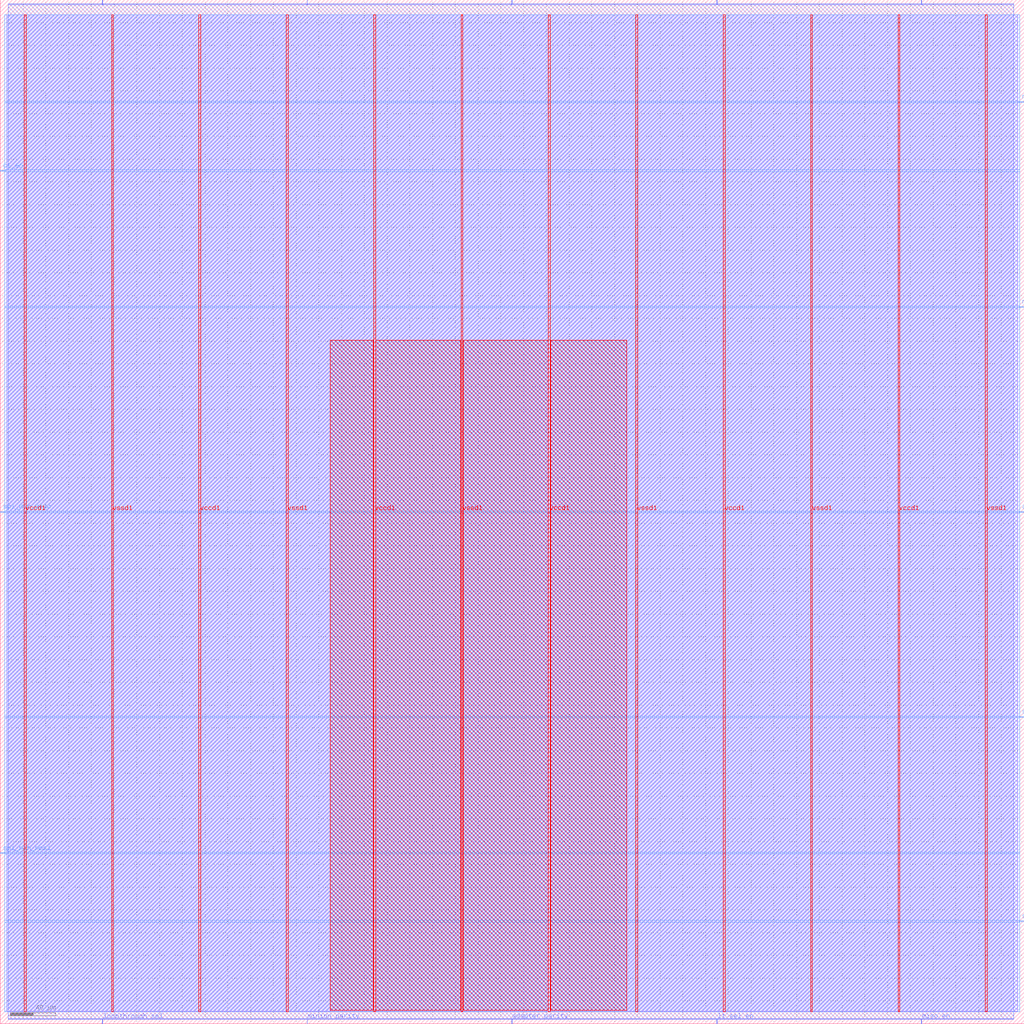
<source format=lef>
VERSION 5.7 ;
  NOWIREEXTENSIONATPIN ON ;
  DIVIDERCHAR "/" ;
  BUSBITCHARS "[]" ;
MACRO grp_15_SPI_TapeOutBlockRTL_32bits_5entries
  CLASS BLOCK ;
  FOREIGN grp_15_SPI_TapeOutBlockRTL_32bits_5entries ;
  ORIGIN 0.000 0.000 ;
  SIZE 900.000 BY 900.000 ;
  PIN adapter_parity
    DIRECTION OUTPUT TRISTATE ;
    USE SIGNAL ;
    PORT
      LAYER met2 ;
        RECT 449.510 0.000 449.790 4.000 ;
    END
  END adapter_parity
  PIN ap_en
    DIRECTION OUTPUT TRISTATE ;
    USE SIGNAL ;
    PORT
      LAYER met3 ;
        RECT 896.000 449.520 900.000 450.120 ;
    END
  END ap_en
  PIN clk
    DIRECTION INPUT ;
    USE SIGNAL ;
    PORT
      LAYER met2 ;
        RECT 89.790 896.000 90.070 900.000 ;
    END
  END clk
  PIN clk_en
    DIRECTION OUTPUT TRISTATE ;
    USE SIGNAL ;
    PORT
      LAYER met2 ;
        RECT 269.650 896.000 269.930 900.000 ;
    END
  END clk_en
  PIN cs_en
    DIRECTION OUTPUT TRISTATE ;
    USE SIGNAL ;
    PORT
      LAYER met3 ;
        RECT 0.000 749.400 4.000 750.000 ;
    END
  END cs_en
  PIN loopthrough_sel
    DIRECTION INPUT ;
    USE SIGNAL ;
    PORT
      LAYER met2 ;
        RECT 89.790 0.000 90.070 4.000 ;
    END
  END loopthrough_sel
  PIN lt_sel_en
    DIRECTION OUTPUT TRISTATE ;
    USE SIGNAL ;
    PORT
      LAYER met2 ;
        RECT 629.830 0.000 630.110 4.000 ;
    END
  END lt_sel_en
  PIN minion_parity
    DIRECTION OUTPUT TRISTATE ;
    USE SIGNAL ;
    PORT
      LAYER met2 ;
        RECT 269.650 0.000 269.930 4.000 ;
    END
  END minion_parity
  PIN miso_en
    DIRECTION OUTPUT TRISTATE ;
    USE SIGNAL ;
    PORT
      LAYER met2 ;
        RECT 809.690 0.000 809.970 4.000 ;
    END
  END miso_en
  PIN mosi_en
    DIRECTION OUTPUT TRISTATE ;
    USE SIGNAL ;
    PORT
      LAYER met3 ;
        RECT 896.000 629.720 900.000 630.320 ;
    END
  END mosi_en
  PIN mp_en
    DIRECTION OUTPUT TRISTATE ;
    USE SIGNAL ;
    PORT
      LAYER met3 ;
        RECT 896.000 809.920 900.000 810.520 ;
    END
  END mp_en
  PIN reset
    DIRECTION INPUT ;
    USE SIGNAL ;
    PORT
      LAYER met2 ;
        RECT 449.510 896.000 449.790 900.000 ;
    END
  END reset
  PIN reset_en
    DIRECTION OUTPUT TRISTATE ;
    USE SIGNAL ;
    PORT
      LAYER met2 ;
        RECT 629.830 896.000 630.110 900.000 ;
    END
  END reset_en
  PIN sclk_en
    DIRECTION OUTPUT TRISTATE ;
    USE SIGNAL ;
    PORT
      LAYER met2 ;
        RECT 809.690 896.000 809.970 900.000 ;
    END
  END sclk_en
  PIN spi_min_cs
    DIRECTION INPUT ;
    USE SIGNAL ;
    PORT
      LAYER met3 ;
        RECT 896.000 89.800 900.000 90.400 ;
    END
  END spi_min_cs
  PIN spi_min_miso
    DIRECTION OUTPUT TRISTATE ;
    USE SIGNAL ;
    PORT
      LAYER met3 ;
        RECT 0.000 449.520 4.000 450.120 ;
    END
  END spi_min_miso
  PIN spi_min_mosi
    DIRECTION INPUT ;
    USE SIGNAL ;
    PORT
      LAYER met3 ;
        RECT 0.000 149.640 4.000 150.240 ;
    END
  END spi_min_mosi
  PIN spi_min_sclk
    DIRECTION INPUT ;
    USE SIGNAL ;
    PORT
      LAYER met3 ;
        RECT 896.000 269.320 900.000 269.920 ;
    END
  END spi_min_sclk
  PIN vccd1
    DIRECTION INPUT ;
    USE POWER ;
    PORT
      LAYER met4 ;
        RECT 21.040 10.640 22.640 886.960 ;
    END
    PORT
      LAYER met4 ;
        RECT 174.640 10.640 176.240 886.960 ;
    END
    PORT
      LAYER met4 ;
        RECT 328.240 10.640 329.840 886.960 ;
    END
    PORT
      LAYER met4 ;
        RECT 481.840 10.640 483.440 886.960 ;
    END
    PORT
      LAYER met4 ;
        RECT 635.440 10.640 637.040 886.960 ;
    END
    PORT
      LAYER met4 ;
        RECT 789.040 10.640 790.640 886.960 ;
    END
  END vccd1
  PIN vssd1
    DIRECTION INPUT ;
    USE GROUND ;
    PORT
      LAYER met4 ;
        RECT 97.840 10.640 99.440 886.960 ;
    END
    PORT
      LAYER met4 ;
        RECT 251.440 10.640 253.040 886.960 ;
    END
    PORT
      LAYER met4 ;
        RECT 405.040 10.640 406.640 886.960 ;
    END
    PORT
      LAYER met4 ;
        RECT 558.640 10.640 560.240 886.960 ;
    END
    PORT
      LAYER met4 ;
        RECT 712.240 10.640 713.840 886.960 ;
    END
    PORT
      LAYER met4 ;
        RECT 865.840 10.640 867.440 886.960 ;
    END
  END vssd1
  OBS
      LAYER li1 ;
        RECT 5.520 10.795 894.240 886.805 ;
      LAYER met1 ;
        RECT 5.520 10.640 894.240 886.960 ;
      LAYER met2 ;
        RECT 6.990 895.720 89.510 896.650 ;
        RECT 90.350 895.720 269.370 896.650 ;
        RECT 270.210 895.720 449.230 896.650 ;
        RECT 450.070 895.720 629.550 896.650 ;
        RECT 630.390 895.720 809.410 896.650 ;
        RECT 810.250 895.720 890.930 896.650 ;
        RECT 6.990 4.280 890.930 895.720 ;
        RECT 6.990 4.000 89.510 4.280 ;
        RECT 90.350 4.000 269.370 4.280 ;
        RECT 270.210 4.000 449.230 4.280 ;
        RECT 450.070 4.000 629.550 4.280 ;
        RECT 630.390 4.000 809.410 4.280 ;
        RECT 810.250 4.000 890.930 4.280 ;
      LAYER met3 ;
        RECT 4.000 810.920 896.000 886.885 ;
        RECT 4.000 809.520 895.600 810.920 ;
        RECT 4.000 750.400 896.000 809.520 ;
        RECT 4.400 749.000 896.000 750.400 ;
        RECT 4.000 630.720 896.000 749.000 ;
        RECT 4.000 629.320 895.600 630.720 ;
        RECT 4.000 450.520 896.000 629.320 ;
        RECT 4.400 449.120 895.600 450.520 ;
        RECT 4.000 270.320 896.000 449.120 ;
        RECT 4.000 268.920 895.600 270.320 ;
        RECT 4.000 150.640 896.000 268.920 ;
        RECT 4.400 149.240 896.000 150.640 ;
        RECT 4.000 90.800 896.000 149.240 ;
        RECT 4.000 89.400 895.600 90.800 ;
        RECT 4.000 10.715 896.000 89.400 ;
      LAYER met4 ;
        RECT 290.095 11.735 327.840 600.945 ;
        RECT 330.240 11.735 404.640 600.945 ;
        RECT 407.040 11.735 481.440 600.945 ;
        RECT 483.840 11.735 550.785 600.945 ;
  END
END grp_15_SPI_TapeOutBlockRTL_32bits_5entries
END LIBRARY


</source>
